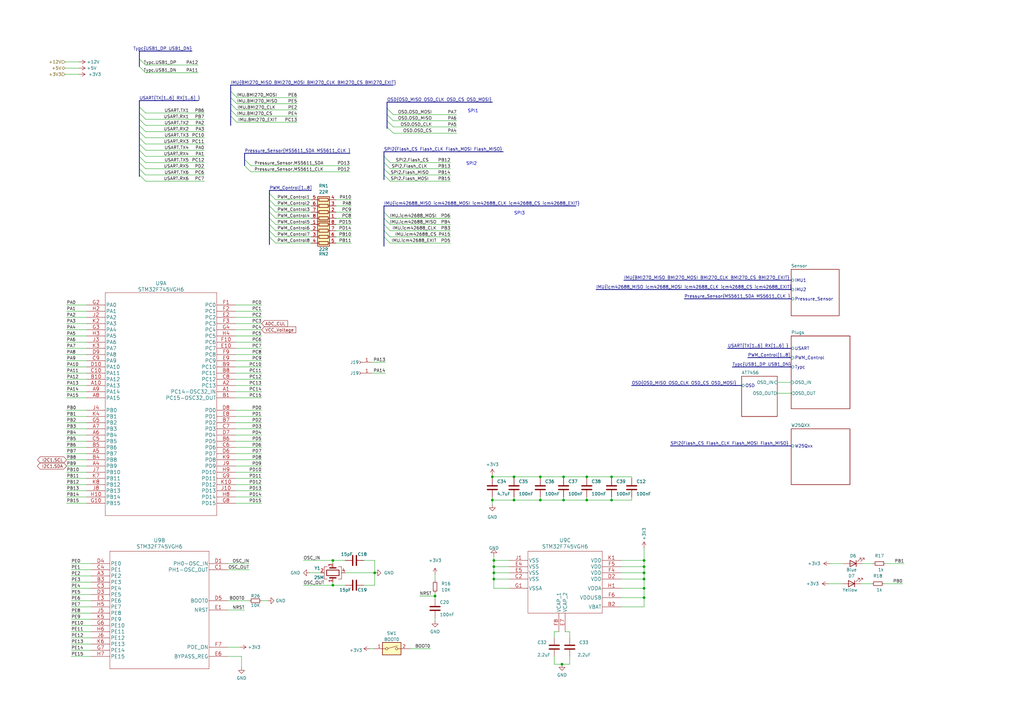
<source format=kicad_sch>
(kicad_sch (version 20230121) (generator eeschema)
  (paper "A3")
  (title_block (title "NewSkyF7-Air") (date "2023-12-01") (rev "1.0V"))
  (junction (at 264.16 234.95))
  (junction (at 250.825 195.58))
  (junction (at 221.615 195.58))
  (junction (at 240.665 195.58))
  (junction (at 264.16 237.49))
  (junction (at 264.16 245.11))
  (junction (at 264.16 232.41))
  (junction (at 210.82 195.58))
  (junction (at 230.505 272.415))
  (junction (at 201.93 205.105))
  (junction (at 136.525 229.87))
  (junction (at 153.67 234.95))
  (junction (at 202.565 229.87))
  (junction (at 240.665 205.105))
  (junction (at 210.82 205.105))
  (junction (at 202.565 234.95))
  (junction (at 201.93 195.58))
  (junction (at 136.525 240.03))
  (junction (at 221.615 205.105))
  (junction (at 264.16 241.3))
  (junction (at 202.565 232.41))
  (junction (at 231.14 205.105))
  (junction (at 231.14 195.58))
  (junction (at 250.825 205.105))
  (junction (at 178.435 244.475))
  (junction (at 202.565 237.49))
  (junction (at 264.16 229.87))
  (bus_entry (at 57.15 53.975) (size 2.54 2.54))
  (bus_entry (at 94.615 47.625) (size 2.54 2.54))
  (bus_entry (at 157.48 66.675) (size 2.54 2.54))
  (bus_entry (at 157.48 94.615) (size 2.54 2.54))
  (bus_entry (at 110.49 79.375) (size 2.54 2.54))
  (bus_entry (at 57.15 61.595) (size 2.54 2.54))
  (bus_entry (at 110.49 94.615) (size 2.54 2.54))
  (bus_entry (at 57.15 24.13) (size 2.54 2.54))
  (bus_entry (at 57.15 71.755) (size 2.54 2.54))
  (bus_entry (at 157.48 64.135) (size 2.54 2.54))
  (bus_entry (at 94.615 40.005) (size 2.54 2.54))
  (bus_entry (at 57.15 59.055) (size 2.54 2.54))
  (bus_entry (at 57.15 43.815) (size 2.54 2.54))
  (bus_entry (at 110.49 92.075) (size 2.54 2.54))
  (bus_entry (at 57.15 27.305) (size 2.54 2.54))
  (bus_entry (at 57.15 51.435) (size 2.54 2.54))
  (bus_entry (at 94.615 45.085) (size 2.54 2.54))
  (bus_entry (at 157.48 71.755) (size 2.54 2.54))
  (bus_entry (at 57.15 66.675) (size 2.54 2.54))
  (bus_entry (at 110.49 84.455) (size 2.54 2.54))
  (bus_entry (at 57.15 69.215) (size 2.54 2.54))
  (bus_entry (at 57.15 46.355) (size 2.54 2.54))
  (bus_entry (at 57.15 56.515) (size 2.54 2.54))
  (bus_entry (at 158.75 46.99) (size 2.54 2.54))
  (bus_entry (at 157.48 86.995) (size 2.54 2.54))
  (bus_entry (at 94.615 42.545) (size 2.54 2.54))
  (bus_entry (at 57.15 48.895) (size 2.54 2.54))
  (bus_entry (at 100.33 67.945) (size 2.54 2.54))
  (bus_entry (at 57.15 64.135) (size 2.54 2.54))
  (bus_entry (at 110.49 97.155) (size 2.54 2.54))
  (bus_entry (at 94.615 37.465) (size 2.54 2.54))
  (bus_entry (at 157.48 97.155) (size 2.54 2.54))
  (bus_entry (at 157.48 89.535) (size 2.54 2.54))
  (bus_entry (at 158.75 44.45) (size 2.54 2.54))
  (bus_entry (at 157.48 69.215) (size 2.54 2.54))
  (bus_entry (at 110.49 89.535) (size 2.54 2.54))
  (bus_entry (at 158.75 49.53) (size 2.54 2.54))
  (bus_entry (at 157.48 92.075) (size 2.54 2.54))
  (bus_entry (at 100.33 65.405) (size 2.54 2.54))
  (bus_entry (at 158.75 52.07) (size 2.54 2.54))
  (bus_entry (at 110.49 81.915) (size 2.54 2.54))
  (bus_entry (at 110.49 86.995) (size 2.54 2.54))
  (wire (pts (xy 353.06 239.395) (xy 357.505 239.395)))
  (wire (pts (xy 339.725 239.395) (xy 345.44 239.395)))
  (wire (pts (xy 201.93 195.58) (xy 201.93 194.945)))
  (wire (pts (xy 29.21 256.54) (xy 37.465 256.54)))
  (wire (pts (xy 59.69 29.845) (xy 81.28 29.845)))
  (wire (pts (xy 27.305 140.335) (xy 35.56 140.335)))
  (wire (pts (xy 240.665 195.58) (xy 250.825 195.58)))
  (bus (pts (xy 158.75 41.91) (xy 201.93 41.91)))
  (wire (pts (xy 202.565 232.41) (xy 208.915 232.41)))
  (wire (pts (xy 113.03 94.615) (xy 127.635 94.615)))
  (wire (pts (xy 96.52 132.715) (xy 107.315 132.715)))
  (wire (pts (xy 227.33 269.24) (xy 227.33 272.415)))
  (wire (pts (xy 59.69 66.675) (xy 83.82 66.675)))
  (wire (pts (xy 27.305 145.415) (xy 35.56 145.415)))
  (wire (pts (xy 160.02 89.535) (xy 184.785 89.535)))
  (wire (pts (xy 27.305 150.495) (xy 35.56 150.495)))
  (wire (pts (xy 264.16 232.41) (xy 264.16 234.95)))
  (wire (pts (xy 96.52 173.355) (xy 107.315 173.355)))
  (bus (pts (xy 57.15 56.515) (xy 57.15 59.055)))
  (wire (pts (xy 136.525 238.76) (xy 136.525 240.03)))
  (wire (pts (xy 27.305 198.755) (xy 35.56 198.755)))
  (wire (pts (xy 96.52 193.675) (xy 107.315 193.675)))
  (wire (pts (xy 27.305 175.895) (xy 35.56 175.895)))
  (bus (pts (xy 158.75 44.45) (xy 158.75 46.99)))
  (bus (pts (xy 78.74 20.955) (xy 57.15 20.955)))
  (wire (pts (xy 27.305 160.655) (xy 35.56 160.655)))
  (bus (pts (xy 57.15 66.675) (xy 57.15 69.215)))
  (wire (pts (xy 27.305 127.635) (xy 35.56 127.635)))
  (wire (pts (xy 221.615 205.105) (xy 231.14 205.105)))
  (wire (pts (xy 96.52 153.035) (xy 107.315 153.035)))
  (wire (pts (xy 99.06 273.685) (xy 99.06 269.24)))
  (wire (pts (xy 27.305 196.215) (xy 35.56 196.215)))
  (bus (pts (xy 110.49 78.105) (xy 110.49 79.375)))
  (wire (pts (xy 168.275 266.065) (xy 176.53 266.065)))
  (wire (pts (xy 254.635 241.3) (xy 264.16 241.3)))
  (wire (pts (xy 27.305 153.035) (xy 35.56 153.035)))
  (wire (pts (xy 99.06 269.24) (xy 93.345 269.24)))
  (wire (pts (xy 160.02 74.295) (xy 184.785 74.295)))
  (wire (pts (xy 178.435 235.585) (xy 178.435 238.125)))
  (wire (pts (xy 96.52 183.515) (xy 107.315 183.515)))
  (wire (pts (xy 29.21 259.08) (xy 37.465 259.08)))
  (wire (pts (xy 221.615 195.58) (xy 231.14 195.58)))
  (wire (pts (xy 29.21 251.46) (xy 37.465 251.46)))
  (bus (pts (xy 244.475 118.745) (xy 324.485 118.745)))
  (wire (pts (xy 153.67 234.95) (xy 153.67 240.03)))
  (wire (pts (xy 259.08 195.58) (xy 259.08 196.215)))
  (wire (pts (xy 149.225 229.87) (xy 153.67 229.87)))
  (wire (pts (xy 29.21 231.14) (xy 37.465 231.14)))
  (wire (pts (xy 318.77 161.29) (xy 324.485 161.29)))
  (wire (pts (xy 27.305 158.115) (xy 35.56 158.115)))
  (wire (pts (xy 27.305 206.375) (xy 35.56 206.375)))
  (bus (pts (xy 306.705 146.685) (xy 324.485 146.685)))
  (wire (pts (xy 29.21 261.62) (xy 37.465 261.62)))
  (wire (pts (xy 250.825 205.105) (xy 259.08 205.105)))
  (wire (pts (xy 29.21 264.16) (xy 37.465 264.16)))
  (bus (pts (xy 100.33 62.865) (xy 100.33 65.405)))
  (wire (pts (xy 27.305 170.815) (xy 35.56 170.815)))
  (bus (pts (xy 157.48 86.995) (xy 157.48 89.535)))
  (wire (pts (xy 26.67 27.94) (xy 32.385 27.94)))
  (wire (pts (xy 97.155 40.005) (xy 121.92 40.005)))
  (wire (pts (xy 96.52 163.195) (xy 107.315 163.195)))
  (wire (pts (xy 113.03 92.075) (xy 127.635 92.075)))
  (bus (pts (xy 157.48 71.755) (xy 157.48 73.66)))
  (wire (pts (xy 250.825 203.835) (xy 250.825 205.105)))
  (bus (pts (xy 110.49 81.915) (xy 110.49 84.455)))
  (wire (pts (xy 96.52 178.435) (xy 107.315 178.435)))
  (wire (pts (xy 259.08 205.105) (xy 259.08 203.835)))
  (wire (pts (xy 158.115 153.035) (xy 152.4 153.035)))
  (bus (pts (xy 110.49 92.075) (xy 110.49 94.615)))
  (wire (pts (xy 27.305 191.135) (xy 35.56 191.135)))
  (wire (pts (xy 254.635 234.95) (xy 264.16 234.95)))
  (wire (pts (xy 161.29 52.07) (xy 187.325 52.07)))
  (wire (pts (xy 227.33 261.62) (xy 227.33 259.08)))
  (wire (pts (xy 27.305 125.095) (xy 35.56 125.095)))
  (wire (pts (xy 254.635 237.49) (xy 264.16 237.49)))
  (wire (pts (xy 96.52 206.375) (xy 107.315 206.375)))
  (wire (pts (xy 264.16 245.11) (xy 264.16 248.92)))
  (wire (pts (xy 201.93 205.105) (xy 201.93 207.01)))
  (wire (pts (xy 97.155 45.085) (xy 121.92 45.085)))
  (wire (pts (xy 231.14 203.835) (xy 231.14 205.105)))
  (wire (pts (xy 233.68 259.08) (xy 231.775 259.08)))
  (wire (pts (xy 59.69 74.295) (xy 83.82 74.295)))
  (wire (pts (xy 27.305 155.575) (xy 35.56 155.575)))
  (bus (pts (xy 94.615 40.005) (xy 94.615 42.545)))
  (wire (pts (xy 96.52 201.295) (xy 107.315 201.295)))
  (bus (pts (xy 157.48 84.455) (xy 157.48 86.995)))
  (wire (pts (xy 221.615 195.58) (xy 221.615 196.215)))
  (wire (pts (xy 363.22 231.14) (xy 370.84 231.14)))
  (bus (pts (xy 110.49 89.535) (xy 110.49 92.075)))
  (wire (pts (xy 254.635 232.41) (xy 264.16 232.41)))
  (bus (pts (xy 94.615 34.925) (xy 94.615 37.465)))
  (bus (pts (xy 94.615 45.085) (xy 94.615 47.625)))
  (bus (pts (xy 100.33 65.405) (xy 100.33 67.945)))
  (wire (pts (xy 202.565 237.49) (xy 208.915 237.49)))
  (bus (pts (xy 157.48 97.155) (xy 157.48 100.965)))
  (bus (pts (xy 110.49 84.455) (xy 110.49 86.995)))
  (wire (pts (xy 96.52 127.635) (xy 107.315 127.635)))
  (bus (pts (xy 259.08 158.115) (xy 304.165 158.115)))
  (wire (pts (xy 172.085 244.475) (xy 178.435 244.475)))
  (wire (pts (xy 264.16 241.3) (xy 264.16 245.11)))
  (bus (pts (xy 298.45 142.875) (xy 324.485 142.875)))
  (wire (pts (xy 160.02 94.615) (xy 184.785 94.615)))
  (wire (pts (xy 160.02 97.155) (xy 184.785 97.155)))
  (wire (pts (xy 144.145 99.695) (xy 137.795 99.695)))
  (wire (pts (xy 59.69 26.67) (xy 81.28 26.67)))
  (bus (pts (xy 157.48 64.135) (xy 157.48 66.675)))
  (wire (pts (xy 59.69 46.355) (xy 83.82 46.355)))
  (wire (pts (xy 27.305 163.195) (xy 35.56 163.195)))
  (wire (pts (xy 233.68 261.62) (xy 233.68 259.08)))
  (wire (pts (xy 264.16 224.79) (xy 264.16 229.87)))
  (wire (pts (xy 29.21 246.38) (xy 37.465 246.38)))
  (wire (pts (xy 240.665 203.835) (xy 240.665 205.105)))
  (wire (pts (xy 93.345 246.38) (xy 102.235 246.38)))
  (wire (pts (xy 96.52 147.955) (xy 107.315 147.955)))
  (wire (pts (xy 210.82 195.58) (xy 221.615 195.58)))
  (bus (pts (xy 300.355 150.495) (xy 324.485 150.495)))
  (wire (pts (xy 240.665 205.105) (xy 250.825 205.105)))
  (wire (pts (xy 29.21 266.7) (xy 37.465 266.7)))
  (wire (pts (xy 201.93 203.835) (xy 201.93 205.105)))
  (wire (pts (xy 161.29 49.53) (xy 187.325 49.53)))
  (bus (pts (xy 157.48 69.215) (xy 157.48 71.755)))
  (wire (pts (xy 27.305 201.295) (xy 35.56 201.295)))
  (bus (pts (xy 100.33 62.865) (xy 143.51 62.865)))
  (wire (pts (xy 201.93 195.58) (xy 210.82 195.58)))
  (wire (pts (xy 353.695 231.14) (xy 358.14 231.14)))
  (wire (pts (xy 96.52 168.275) (xy 107.315 168.275)))
  (wire (pts (xy 160.02 99.695) (xy 184.785 99.695)))
  (wire (pts (xy 227.33 272.415) (xy 230.505 272.415)))
  (bus (pts (xy 57.15 48.895) (xy 57.15 51.435)))
  (wire (pts (xy 27.305 130.175) (xy 35.56 130.175)))
  (wire (pts (xy 141.605 234.95) (xy 153.67 234.95)))
  (bus (pts (xy 157.48 92.075) (xy 157.48 94.615)))
  (wire (pts (xy 113.03 99.695) (xy 127.635 99.695)))
  (wire (pts (xy 208.915 234.95) (xy 202.565 234.95)))
  (wire (pts (xy 160.02 69.215) (xy 184.785 69.215)))
  (wire (pts (xy 97.155 50.165) (xy 121.92 50.165)))
  (wire (pts (xy 144.145 84.455) (xy 137.795 84.455)))
  (wire (pts (xy 136.525 231.14) (xy 136.525 229.87)))
  (wire (pts (xy 102.235 231.14) (xy 93.345 231.14)))
  (wire (pts (xy 160.02 71.755) (xy 184.785 71.755)))
  (wire (pts (xy 151.765 266.065) (xy 153.035 266.065)))
  (bus (pts (xy 110.49 86.995) (xy 110.49 89.535)))
  (wire (pts (xy 27.305 180.975) (xy 35.56 180.975)))
  (wire (pts (xy 27.305 147.955) (xy 35.56 147.955)))
  (wire (pts (xy 59.69 69.215) (xy 83.82 69.215)))
  (bus (pts (xy 274.955 182.88) (xy 324.485 182.88)))
  (bus (pts (xy 110.49 97.155) (xy 110.49 100.33)))
  (wire (pts (xy 240.665 195.58) (xy 240.665 196.215)))
  (wire (pts (xy 102.235 233.68) (xy 93.345 233.68)))
  (wire (pts (xy 318.77 156.845) (xy 324.485 156.845)))
  (wire (pts (xy 254.635 245.11) (xy 264.16 245.11)))
  (wire (pts (xy 26.67 25.4) (xy 32.385 25.4)))
  (wire (pts (xy 208.915 241.3) (xy 202.565 241.3)))
  (bus (pts (xy 158.75 52.07) (xy 158.75 52.705)))
  (wire (pts (xy 362.585 239.395) (xy 370.205 239.395)))
  (bus (pts (xy 157.48 89.535) (xy 157.48 92.075)))
  (wire (pts (xy 231.14 195.58) (xy 240.665 195.58)))
  (wire (pts (xy 27.305 183.515) (xy 35.56 183.515)))
  (wire (pts (xy 27.305 132.715) (xy 35.56 132.715)))
  (wire (pts (xy 254.635 229.87) (xy 264.16 229.87)))
  (bus (pts (xy 57.15 51.435) (xy 57.15 53.975)))
  (wire (pts (xy 113.03 89.535) (xy 127.635 89.535)))
  (wire (pts (xy 27.305 193.675) (xy 35.56 193.675)))
  (wire (pts (xy 113.03 86.995) (xy 127.635 86.995)))
  (wire (pts (xy 144.145 97.155) (xy 137.795 97.155)))
  (wire (pts (xy 136.525 240.03) (xy 141.605 240.03)))
  (bus (pts (xy 255.905 114.935) (xy 324.485 114.935)))
  (wire (pts (xy 27.305 173.355) (xy 35.56 173.355)))
  (wire (pts (xy 144.145 94.615) (xy 137.795 94.615)))
  (wire (pts (xy 59.69 56.515) (xy 83.82 56.515)))
  (wire (pts (xy 96.52 158.115) (xy 107.315 158.115)))
  (wire (pts (xy 102.87 70.485) (xy 143.51 70.485)))
  (bus (pts (xy 157.48 66.675) (xy 157.48 69.215)))
  (bus (pts (xy 94.615 34.925) (xy 161.29 34.925)))
  (wire (pts (xy 27.305 142.875) (xy 35.56 142.875)))
  (wire (pts (xy 178.435 253.365) (xy 178.435 254.635)))
  (bus (pts (xy 57.15 64.135) (xy 57.15 66.675)))
  (wire (pts (xy 201.93 205.105) (xy 210.82 205.105)))
  (wire (pts (xy 221.615 203.835) (xy 221.615 205.105)))
  (bus (pts (xy 57.15 59.055) (xy 57.15 61.595)))
  (wire (pts (xy 231.14 205.105) (xy 240.665 205.105)))
  (wire (pts (xy 96.52 125.095) (xy 107.315 125.095)))
  (bus (pts (xy 157.48 94.615) (xy 157.48 97.155)))
  (bus (pts (xy 158.75 41.91) (xy 158.75 44.45)))
  (wire (pts (xy 29.21 236.22) (xy 37.465 236.22)))
  (wire (pts (xy 113.03 84.455) (xy 127.635 84.455)))
  (wire (pts (xy 98.425 265.43) (xy 93.345 265.43)))
  (wire (pts (xy 59.69 59.055) (xy 83.82 59.055)))
  (wire (pts (xy 161.29 46.99) (xy 187.325 46.99)))
  (wire (pts (xy 264.16 237.49) (xy 264.16 241.3)))
  (wire (pts (xy 210.82 205.105) (xy 221.615 205.105)))
  (bus (pts (xy 57.15 43.815) (xy 57.15 46.355)))
  (wire (pts (xy 27.305 168.275) (xy 35.56 168.275)))
  (wire (pts (xy 29.21 269.24) (xy 37.465 269.24)))
  (wire (pts (xy 250.825 195.58) (xy 250.825 196.215)))
  (wire (pts (xy 29.21 241.3) (xy 37.465 241.3)))
  (wire (pts (xy 233.68 269.24) (xy 233.68 272.415)))
  (wire (pts (xy 144.145 92.075) (xy 137.795 92.075)))
  (wire (pts (xy 27.305 186.055) (xy 35.56 186.055)))
  (bus (pts (xy 94.615 37.465) (xy 94.615 40.005)))
  (wire (pts (xy 230.505 272.415) (xy 233.68 272.415)))
  (wire (pts (xy 254.635 248.92) (xy 264.16 248.92)))
  (wire (pts (xy 96.52 137.795) (xy 107.315 137.795)))
  (bus (pts (xy 57.15 61.595) (xy 57.15 64.135)))
  (wire (pts (xy 97.155 42.545) (xy 121.92 42.545)))
  (wire (pts (xy 96.52 170.815) (xy 107.315 170.815)))
  (bus (pts (xy 110.49 79.375) (xy 110.49 81.915)))
  (bus (pts (xy 57.15 53.975) (xy 57.15 56.515)))
  (wire (pts (xy 96.52 186.055) (xy 107.315 186.055)))
  (bus (pts (xy 94.615 42.545) (xy 94.615 45.085)))
  (wire (pts (xy 96.52 135.255) (xy 107.315 135.255)))
  (wire (pts (xy 96.52 180.975) (xy 107.315 180.975)))
  (wire (pts (xy 202.565 237.49) (xy 202.565 241.3)))
  (wire (pts (xy 202.565 229.87) (xy 202.565 232.41)))
  (wire (pts (xy 124.46 229.87) (xy 136.525 229.87)))
  (wire (pts (xy 201.93 196.215) (xy 201.93 195.58)))
  (wire (pts (xy 124.46 240.03) (xy 136.525 240.03)))
  (wire (pts (xy 202.565 232.41) (xy 202.565 234.95)))
  (bus (pts (xy 157.48 62.23) (xy 157.48 64.135)))
  (wire (pts (xy 59.69 53.975) (xy 83.82 53.975)))
  (wire (pts (xy 27.305 135.255) (xy 35.56 135.255)))
  (wire (pts (xy 96.52 203.835) (xy 107.315 203.835)))
  (wire (pts (xy 161.29 54.61) (xy 187.325 54.61)))
  (wire (pts (xy 96.52 150.495) (xy 107.315 150.495)))
  (bus (pts (xy 57.15 20.955) (xy 57.15 24.13)))
  (wire (pts (xy 153.67 240.03) (xy 149.225 240.03)))
  (wire (pts (xy 27.305 203.835) (xy 35.56 203.835)))
  (wire (pts (xy 59.69 51.435) (xy 83.82 51.435)))
  (wire (pts (xy 96.52 196.215) (xy 107.315 196.215)))
  (wire (pts (xy 202.565 234.95) (xy 202.565 237.49)))
  (wire (pts (xy 144.145 89.535) (xy 137.795 89.535)))
  (bus (pts (xy 57.15 41.275) (xy 81.28 41.275)))
  (wire (pts (xy 96.52 140.335) (xy 107.315 140.335)))
  (wire (pts (xy 59.69 48.895) (xy 83.82 48.895)))
  (wire (pts (xy 178.435 244.475) (xy 178.435 245.745)))
  (wire (pts (xy 96.52 175.895) (xy 107.315 175.895)))
  (wire (pts (xy 160.02 66.675) (xy 184.785 66.675)))
  (wire (pts (xy 96.52 188.595) (xy 107.315 188.595)))
  (wire (pts (xy 27.305 178.435) (xy 35.56 178.435)))
  (wire (pts (xy 144.145 81.915) (xy 137.795 81.915)))
  (wire (pts (xy 152.4 148.59) (xy 158.115 148.59)))
  (wire (pts (xy 113.03 97.155) (xy 127.635 97.155)))
  (wire (pts (xy 29.21 238.76) (xy 37.465 238.76)))
  (wire (pts (xy 178.435 243.205) (xy 178.435 244.475)))
  (wire (pts (xy 264.16 234.95) (xy 264.16 237.49)))
  (wire (pts (xy 96.52 155.575) (xy 107.315 155.575)))
  (wire (pts (xy 96.52 145.415) (xy 107.315 145.415)))
  (bus (pts (xy 158.75 49.53) (xy 158.75 52.07)))
  (bus (pts (xy 157.48 62.23) (xy 206.375 62.23)))
  (wire (pts (xy 136.525 229.87) (xy 141.605 229.87)))
  (wire (pts (xy 227.33 259.08) (xy 229.235 259.08)))
  (bus (pts (xy 57.15 24.13) (xy 57.15 27.305)))
  (bus (pts (xy 157.48 84.455) (xy 236.22 84.455)))
  (wire (pts (xy 27.305 188.595) (xy 35.56 188.595)))
  (wire (pts (xy 202.565 227.965) (xy 202.565 229.87)))
  (wire (pts (xy 160.02 92.075) (xy 184.785 92.075)))
  (wire (pts (xy 96.52 191.135) (xy 107.315 191.135)))
  (wire (pts (xy 127 234.95) (xy 131.445 234.95)))
  (bus (pts (xy 110.49 78.105) (xy 127.635 78.105)))
  (wire (pts (xy 153.67 229.87) (xy 153.67 234.95)))
  (wire (pts (xy 93.345 250.19) (xy 100.33 250.19)))
  (wire (pts (xy 109.855 246.38) (xy 107.315 246.38)))
  (wire (pts (xy 96.52 142.875) (xy 107.315 142.875)))
  (wire (pts (xy 59.69 61.595) (xy 83.82 61.595)))
  (wire (pts (xy 32.385 30.48) (xy 26.67 30.48)))
  (wire (pts (xy 29.21 233.68) (xy 37.465 233.68)))
  (wire (pts (xy 144.145 86.995) (xy 137.795 86.995)))
  (wire (pts (xy 59.69 64.135) (xy 83.82 64.135)))
  (wire (pts (xy 96.52 130.175) (xy 107.315 130.175)))
  (bus (pts (xy 110.49 94.615) (xy 110.49 97.155)))
  (wire (pts (xy 113.03 81.915) (xy 127.635 81.915)))
  (wire (pts (xy 102.87 67.945) (xy 143.51 67.945)))
  (bus (pts (xy 57.15 69.215) (xy 57.15 71.755)))
  (wire (pts (xy 340.36 231.14) (xy 346.075 231.14)))
  (wire (pts (xy 29.21 254) (xy 37.465 254)))
  (wire (pts (xy 96.52 160.655) (xy 107.315 160.655)))
  (wire (pts (xy 202.565 229.87) (xy 208.915 229.87)))
  (bus (pts (xy 57.15 41.275) (xy 57.15 43.815)))
  (wire (pts (xy 29.21 243.84) (xy 37.465 243.84)))
  (wire (pts (xy 96.52 198.755) (xy 107.315 198.755)))
  (wire (pts (xy 29.21 248.92) (xy 37.465 248.92)))
  (wire (pts (xy 250.825 195.58) (xy 259.08 195.58)))
  (bus (pts (xy 280.67 122.555) (xy 324.485 122.555)))
  (wire (pts (xy 264.16 229.87) (xy 264.16 232.41)))
  (wire (pts (xy 231.14 195.58) (xy 231.14 196.215)))
  (bus (pts (xy 57.15 46.355) (xy 57.15 48.895)))
  (bus (pts (xy 158.75 46.99) (xy 158.75 49.53)))
  (wire (pts (xy 210.82 195.58) (xy 210.82 196.215)))
  (bus (pts (xy 57.15 71.755) (xy 57.15 72.39)))
  (wire (pts (xy 27.305 137.795) (xy 35.56 137.795)))
  (wire (pts (xy 210.82 203.835) (xy 210.82 205.105)))
  (wire (pts (xy 59.69 71.755) (xy 83.82 71.755)))
  (wire (pts (xy 97.155 47.625) (xy 121.92 47.625)))
  (bus (pts (xy 94.615 47.625) (xy 94.615 51.435)))
  (text "SPI3" (at 210.82 88.265 0) (effects (font (size 1.27 1.27)) (justify left bottom)))
  (text "SPI2" (at 191.135 67.945 0) (effects (font (size 1.27 1.27)) (justify left bottom)))
  (text "SPI1" (at 191.77 46.355 0) (effects (font (size 1.27 1.27)) (justify left bottom)))
  (label "PD2" (at 107.315 173.355 180))
  (label "PC14" (at 107.315 160.655 180))
  (label "USART{TX[1..6] RX[1..6] }" (at 57.15 41.275 0))
  (label "PE5" (at 29.21 243.84 0))
  (label "OSD{OSD_MISO OSD_CLK OSD_CS OSD_MOSI}" (at 259.08 158.115 0))
  (label "IMU{icm42688_MISO icm42688_MOSI icm42688_CLK icm42688_CS icm42688_EXIT}" (at 244.475 118.745 0))
  (label "PD12" (at 107.315 198.755 180))
  (label "PB5" (at 27.305 180.975 0))
  (label "PB8" (at 27.305 188.595 0))
  (label "PD9" (at 107.315 191.135 180))
  (label "PB6" (at 83.82 46.355 180))
  (label "PE10" (at 29.21 256.54 0))
  (label "IMU.BMI270_CS" (at 111.76 47.625 180))
  (label "PD15" (at 107.315 206.375 180))
  (label "PA10" (at 144.145 81.915 180))
  (label "USART.RX1" (at 77.47 48.895 180))
  (label "PA2" (at 27.305 130.175 0))
  (label "IMU.icm42688_CS" (at 179.07 97.155 180))
  (label "PB13" (at 27.305 201.295 0))
  (label "USART.TX6" (at 77.47 71.755 180))
  (label "PD13" (at 143.51 67.945 180))
  (label "PB4" (at 184.785 92.075 180))
  (label "PD1" (at 107.315 170.815 180))
  (label "PD2" (at 83.82 69.215 180))
  (label "USART.TX1" (at 77.47 46.355 180))
  (label "PB7" (at 27.305 186.055 0))
  (label "PD7" (at 107.315 186.055 180))
  (label "IMU{BMI270_MISO BMI270_MOSI BMI270_CLK BMI270_CS BMI270_EXIT}" (at 255.905 114.935 0))
  (label "PE13" (at 29.21 264.16 0))
  (label "Typc.USB1_DN" (at 72.39 29.845 180))
  (label "PB10" (at 27.305 193.675 0))
  (label "BOOT0" (at 176.53 266.065 180))
  (label "PD4" (at 107.315 178.435 180))
  (label "OSC_IN" (at 124.46 229.87 0))
  (label "PE8" (at 29.21 251.46 0))
  (label "PE2" (at 121.92 45.085 180))
  (label "PB11" (at 144.145 99.695 180))
  (label "PC13" (at 121.92 50.165 180))
  (label "PE3" (at 29.21 238.76 0))
  (label "PD10" (at 107.315 193.675 180))
  (label "PA13" (at 27.305 158.115 0))
  (label "IMU.BMI270_CLK" (at 113.03 45.085 180))
  (label "PC6" (at 83.82 71.755 180))
  (label "PA0" (at 83.82 61.595 180))
  (label "USART.TX5" (at 77.47 66.675 180))
  (label "Pressure_Sensor.MS5611_SDA" (at 132.715 67.945 180))
  (label "SPI2.Flash_CLK" (at 175.26 69.215 180))
  (label "PC0" (at 107.315 125.095 180))
  (label "PC12" (at 107.315 155.575 180))
  (label "OSD.OSD_MOSI" (at 177.165 46.99 180))
  (label "PC7" (at 83.82 74.295 180))
  (label "PC3" (at 107.315 132.715 180))
  (label "PB0" (at 370.205 239.395 180))
  (label "Pressure_Sensor{MS5611_SDA MS5611_CLK }" (at 100.33 62.865 0))
  (label "PWM_Control1" (at 113.665 81.915 0))
  (label "PE2" (at 29.21 236.22 0))
  (label "PE7" (at 29.21 248.92 0))
  (label "PWM_Control4" (at 113.665 89.535 0))
  (label "PE1" (at 29.21 233.68 0))
  (label "PE15" (at 29.21 269.24 0))
  (label "OSD.OSD_MISO" (at 177.165 49.53 180))
  (label "OSD.OSD_CLK" (at 177.165 52.07 180))
  (label "USART.TX3" (at 77.47 56.515 180))
  (label "PA1" (at 27.305 127.635 0))
  (label "PD5" (at 107.315 180.975 180))
  (label "PWM_Control5" (at 113.665 92.075 0))
  (label "PB14" (at 184.785 71.755 180))
  (label "OSC_OUT" (at 102.235 233.68 180))
  (label "USART{TX[1..6] RX[1..6] }" (at 298.45 142.875 0))
  (label "PB6" (at 27.305 183.515 0))
  (label "PWM_Control[1..8]" (at 306.705 146.685 0))
  (label "SPI2{Flash_CS Flash_CLK Flash_MOSI Flash_MISO}" (at 157.48 62.23 0))
  (label "USART.RX6" (at 77.47 74.295 180))
  (label "PE4" (at 121.92 47.625 180))
  (label "PE0" (at 29.21 231.14 0))
  (label "PA5" (at 187.325 52.07 180))
  (label "PB4" (at 27.305 178.435 0))
  (label "PD3" (at 107.315 175.895 180))
  (label "OSC_OUT" (at 124.46 240.03 0))
  (label "PA3" (at 83.82 53.975 180))
  (label "PA8" (at 144.145 84.455 180))
  (label "PC8" (at 144.145 89.535 180))
  (label "PE9" (at 29.21 254 0))
  (label "PD0" (at 107.315 168.275 180))
  (label "PE14" (at 29.21 266.7 0))
  (label "PC4" (at 107.315 135.255 180))
  (label "PC7" (at 107.315 142.875 180))
  (label "PA9" (at 27.305 147.955 0))
  (label "PE5" (at 121.92 42.545 180))
  (label "USART.TX4" (at 77.47 61.595 180))
  (label "PC11" (at 83.82 59.055 180))
  (label "Pressure_Sensor{MS5611_SDA MS5611_CLK }" (at 280.67 122.555 0))
  (label "PA14" (at 27.305 160.655 0))
  (label "PD14" (at 107.315 203.835 180))
  (label "PA3" (at 27.305 132.715 0))
  (label "PD6" (at 184.785 89.535 180))
  (label "PB10" (at 144.145 97.155 180))
  (label "PB9" (at 27.305 191.135 0))
  (label "IMU.BMI270_EXIT" (at 113.665 50.165 180))
  (label "PWM_Control7" (at 113.665 97.155 0))
  (label "PB15" (at 184.785 74.295 180))
  (label "PD11" (at 107.315 196.215 180))
  (label "PWM_Control8" (at 113.665 99.695 0))
  (label "PC1" (at 107.315 127.635 180))
  (label "IMU{BMI270_MISO BMI270_MOSI BMI270_CLK BMI270_CS BMI270_EXIT}" (at 94.615 34.925 0))
  (label "PC10" (at 107.315 150.495 180))
  (label "PB0" (at 27.305 168.275 0))
  (label "PWM_Control6" (at 113.665 94.615 0))
  (label "PC6" (at 107.315 140.335 180))
  (label "PWM_Control2" (at 113.665 84.455 0))
  (label "PC15" (at 107.315 163.195 180))
  (label "OSD{OSD_MISO OSD_CLK OSD_CS OSD_MOSI}" (at 158.75 41.91 0))
  (label "SPI2.Flash_CS" (at 175.895 66.675 180))
  (label "PC5" (at 107.315 137.795 180))
  (label "NRST" (at 172.085 244.475 0))
  (label "PC2" (at 107.315 130.175 180))
  (label "BOOT0" (at 100.33 246.38 180))
  (label "PA6" (at 187.325 49.53 180))
  (label "PA7" (at 27.305 142.875 0))
  (label "PA4" (at 187.325 54.61 180))
  (label "IMU.icm42688_EXIT" (at 179.07 99.695 180))
  (label "PB15" (at 27.305 206.375 0))
  (label "PB12" (at 27.305 198.755 0))
  (label "Typc{USB1_DP USB1_DN}" (at 300.355 150.495 0))
  (label "PD13" (at 107.315 201.295 180))
  (label "PA12" (at 27.305 155.575 0))
  (label "PA5" (at 27.305 137.795 0))
  (label "PA10" (at 27.305 150.495 0))
  (label "PE11" (at 29.21 259.08 0))
  (label "PB14" (at 27.305 203.835 0))
  (label "PC9" (at 107.315 147.955 180))
  (label "PB3" (at 184.785 94.615 180))
  (label "PD12" (at 143.51 70.485 180))
  (label "PD8" (at 107.315 188.595 180))
  (label "PA8" (at 27.305 145.415 0))
  (label "PE12" (at 29.21 261.62 0))
  (label "PD14" (at 144.145 94.615 180))
  (label "PA7" (at 187.325 46.99 180))
  (label "PB2" (at 27.305 173.355 0))
  (label "PWM_Control[1..8]" (at 110.49 78.105 0))
  (label "PB1" (at 27.305 170.815 0))
  (label "PD5" (at 184.785 99.695 180))
  (label "IMU.BMI270_MOSI" (at 113.665 40.005 180))
  (label "PA15" (at 27.305 163.195 0))
  (label "PC11" (at 107.315 153.035 180))
  (label "PA2" (at 83.82 51.435 180))
  (label "SPI2.Flash_MOSI" (at 175.895 74.295 180))
  (label "OSC_IN" (at 102.235 231.14 180))
  (label "IMU.BMI270_MISO" (at 97.155 42.545 0))
  (label "IMU.icm42688_MISO" (at 179.07 92.075 180))
  (label "PB13" (at 184.785 69.215 180))
  (label "PA11" (at 81.28 29.845 180))
  (label "PE6" (at 121.92 40.005 180))
  (label "Typc{USB1_DP USB1_DN}" (at 78.74 20.955 180))
  (label "PC8" (at 107.315 145.415 180))
  (label "PB11" (at 27.305 196.215 0))
  (label "USART.RX5" (at 77.47 69.215 180))
  (label "USART.RX4" (at 77.47 64.135 180))
  (label "PA0" (at 27.305 125.095 0))
  (label "PD6" (at 107.315 183.515 180))
  (label "PE6" (at 29.21 246.38 0))
  (label "PWM_Control3" (at 113.665 86.995 0))
  (label "SPI2.Flash_MISO" (at 175.895 71.755 180))
  (label "PA14" (at 158.115 153.035 180))
  (label "USART.RX3" (at 77.47 59.055 180))
  (label "NRST" (at 100.33 250.19 180))
  (label "PA1" (at 83.82 64.135 180))
  (label "Pressure_Sensor.MS5611_CLK" (at 132.715 70.485 180))
  (label "PB7" (at 83.82 48.895 180))
  (label "USART.RX2" (at 77.47 53.975 180))
  (label "PA6" (at 27.305 140.335 0))
  (label "IMU{icm42688_MISO icm42688_MOSI icm42688_CLK icm42688_CS icm42688_EXIT}" (at 157.48 84.455 0))
  (label "PB12" (at 184.785 66.675 180))
  (label "PD15" (at 144.145 92.075 180))
  (label "PE4" (at 29.21 241.3 0))
  (label "Typc.USB1_DP" (at 72.39 26.67 180))
  (label "IMU.icm42688_CLK" (at 179.07 94.615 180))
  (label "PB1" (at 370.84 231.14 180))
  (label "PC13" (at 107.315 158.115 180))
  (label "PC12" (at 83.82 66.675 180))
  (label "OSD.OSD_CS" (at 177.165 54.61 180))
  (label "SPI2{Flash_CS Flash_CLK Flash_MOSI Flash_MISO}" (at 274.955 182.88 0))
  (label "PA4" (at 27.305 135.255 0))
  (label "PA12" (at 81.28 26.67 180))
  (label "PC9" (at 144.145 86.995 180))
  (label "PA11" (at 27.305 153.035 0))
  (label "USART.TX2" (at 77.47 51.435 180))
  (label "PA15" (at 184.785 97.155 180))
  (label "IMU.icm42688_MOSI" (at 179.07 89.535 180))
  (label "PC10" (at 83.82 56.515 180))
  (label "PB3" (at 27.305 175.895 0))
  (label "PA13" (at 158.115 148.59 180))
  (global_label "ADC_CUL" (shape input) (at 107.315 132.715 0) (property "Intersheetrefs" "${INTERSHEET_REFS}" (effects hide)))
  (global_label "I2C1.SCL" (shape bidirectional) (at 27.305 188.595 180) (property "Intersheetrefs" "${INTERSHEET_REFS}" (effects hide)))
  (global_label "VCC_Voltage" (shape input) (at 107.315 135.255 0) (property "Intersheetrefs" "${INTERSHEET_REFS}" (effects hide)))
  (global_label "I2C1.SDA" (shape bidirectional) (at 27.305 191.135 180) (property "Intersheetrefs" "${INTERSHEET_REFS}" (effects hide)))
  (hierarchical_label "+12V" (shape input) (at 26.67 25.4 180))
  (hierarchical_label "+3V3" (shape input) (at 26.67 30.48 180))
  (hierarchical_label "+5V" (shape bidirectional) (at 26.67 27.94 180))
  (symbol (lib_id "PCM_4ms_Power-symbol:GND") (at 99.06 273.685 0) (unit 1)
    (property "Reference" "#PWR068" (effects hide))
    (property "Value" "GND" (at 99.06 278.13 0))
    (instances (project "STM32F745" (path "" (reference "#PWR068") (unit 1))) (project "NewSkyF7-Air" (path "" (reference "#PWR025") (unit 1))))
  )
  (symbol (lib_id "PCM_4ms_Power-symbol:GND") (at 230.505 272.415 0) (unit 1)
    (property "Reference" "#PWR034" (effects hide))
    (property "Value" "GND" (at 230.505 276.86 0))
    (instances (project "STM32F745" (path "" (reference "#PWR034") (unit 1))) (project "NewSkyF7-Air" (path "" (reference "#PWR035") (unit 1))))
  )
  (symbol (lib_id "Device:C") (at 227.33 265.43 0) (unit 1)
    (property "Reference" "C32" (at 220.345 263.525 0) (effects (justify left)))
    (property "Value" "2.2uF" (at 220.345 268.605 0) (effects (justify left)))
    (property "Footprint" "Capacitor_SMD:C_0402_1005Metric" (effects hide))
    (instances (project "STM32F745" (path "" (reference "C32") (unit 1))) (project "NewSkyF7-Air" (path "" (reference "C26") (unit 1))))
  )
  (symbol (lib_id "Device:C") (at 178.435 249.555 0) (unit 1)
    (property "Reference" "C20" (at 180.34 247.015 0) (effects (justify left)))
    (property "Value" "100nF" (at 180.34 252.095 0) (effects (justify left)))
    (property "Footprint" "Capacitor_SMD:C_0402_1005Metric" (effects hide))
    (instances (project "STM32F745" (path "" (reference "C20") (unit 1))) (project "STM32F446" (path "" (reference "C19") (unit 1))) (project "NewSkyF7-Air" (path "" (reference "C22") (unit 1))))
  )
  (symbol (lib_id "Switch:SW_DIP_x01") (at 160.655 266.065 0) (unit 1)
    (property "Reference" "SW1" (at 160.655 259.715 0))
    (property "Value" "BOOT0" (at 160.655 262.255 0))
    (property "Footprint" "NewSkyF7-Air:2x4_side" (effects hide))
    (instances (project "STM32F745" (path "" (reference "SW1") (unit 1))) (project "STM32F446" (path "" (reference "SW2") (unit 1))) (project "NewSkyF7-Air" (path "" (reference "SW1") (unit 1))))
  )
  (symbol (lib_id "power:GND") (at 127 234.95 270) (unit 1)
    (property "Reference" "#PWR026" (effects hide))
    (property "Value" "GND" (at 123.19 234.9499 90) (effects (justify right)))
    (instances (project "STM32F745" (path "" (reference "#PWR026") (unit 1))) (project "STM32F446" (path "" (reference "#PWR0131") (unit 1))) (project "NewSkyF7-Air" (path "" (reference "#PWR027") (unit 1))))
  )
  (symbol (lib_id "power:+3V3") (at 98.425 265.43 270) (unit 1)
    (property "Reference" "#PWR069" (effects hide))
    (property "Value" "+3V3" (at 101.6 265.43 90) (effects (justify left)))
    (instances (project "STM32F745" (path "" (reference "#PWR069") (unit 1))) (project "STM32F446" (path "" (reference "#PWR0128") (unit 1))) (project "NewSkyF7-Air" (path "" (reference "#PWR024") (unit 1))))
  )
  (symbol (lib_id "power:+5V") (at 32.385 27.94 270) (unit 1)
    (property "Reference" "#PWR022" (effects hide))
    (property "Value" "+5V" (at 35.56 27.9399 90) (effects (justify left)))
    (instances (project "STM32F745" (path "" (reference "#PWR022") (unit 1))) (project "STM32F446" (path "" (reference "#PWR0119") (unit 1))) (project "NewSkyF7-Air" (path "" (reference "#PWR022") (unit 1))))
  )
  (symbol (lib_id "Thorn_Library:STM32F745VGH6") (at 35.56 125.095 0) (unit 1)
    (property "Reference" "U9" (at 66.04 116.205 0) (effects (font (size 1.524 1.524))))
    (property "Value" "STM32F745VGH6" (at 66.04 118.745 0) (effects (font (size 1.524 1.524))))
    (property "Footprint" "Package_BGA:TFBGA-100_8x8mm_Layout10x10_P0.8mm" (effects hide))
    (instances (project "STM32F745" (path "" (reference "U9") (unit 1))) (project "NewSkyF7-Air" (path "" (reference "U2") (unit 1))))
  )
  (symbol (lib_id "Device:R_Small") (at 178.435 240.665 0) (unit 1)
    (property "Reference" "R16" (at 180.975 239.3949 0) (effects (justify left)))
    (property "Value" "10K" (at 180.975 241.9349 0) (effects (justify left)))
    (property "Footprint" "Resistor_SMD:R_0402_1005Metric" (effects hide))
    (instances (project "STM32F745" (path "" (reference "R16") (unit 1))) (project "STM32F446" (path "" (reference "R14") (unit 1))) (project "NewSkyF7-Air" (path "" (reference "R19") (unit 1))))
  )
  (symbol (lib_id "power:+3V3") (at 339.725 239.395 90) (unit 1)
    (property "Reference" "#PWR033" (effects hide))
    (property "Value" "+3V3" (at 335.915 239.3949 90) (effects (justify left)))
    (instances (project "STM32F745" (path "" (reference "#PWR033") (unit 1))) (project "STM32F446" (path "" (reference "#PWR0170") (unit 1))) (project "NewSkyF7-Air" (path "" (reference "#PWR037") (unit 1))))
  )
  (symbol (lib_id "power:+3V3") (at 151.765 266.065 90) (unit 1)
    (property "Reference" "#PWR028" (effects hide))
    (property "Value" "+3V3" (at 148.59 266.7 90) (effects (justify left)))
    (instances (project "STM32F745" (path "" (reference "#PWR028") (unit 1))) (project "STM32F446" (path "" (reference "#PWR02") (unit 1))) (project "NewSkyF7-Air" (path "" (reference "#PWR028") (unit 1))))
  )
  (symbol (lib_id "power:+3V3") (at 32.385 30.48 270) (unit 1)
    (property "Reference" "#PWR023" (effects hide))
    (property "Value" "+3V3" (at 36.195 30.4799 90) (effects (justify left)))
    (instances (project "STM32F745" (path "" (reference "#PWR023") (unit 1))) (project "STM32F446" (path "" (reference "#PWR0118") (unit 1))) (project "NewSkyF7-Air" (path "" (reference "#PWR023") (unit 1))))
  )
  (symbol (lib_id "Thorn_Library:STM32F745VGH6") (at 208.915 231.14 0) (unit 3)
    (property "Reference" "U9" (at 231.775 221.615 0) (effects (font (size 1.524 1.524))))
    (property "Value" "STM32F745VGH6" (at 231.775 224.155 0) (effects (font (size 1.524 1.524))))
    (property "Footprint" "Package_BGA:TFBGA-100_8x8mm_Layout10x10_P0.8mm" (effects hide))
    (instances (project "STM32F745" (path "" (reference "U9") (unit 3))) (project "NewSkyF7-Air" (path "" (reference "U2") (unit 3))))
  )
  (symbol (lib_id "power:GND") (at 153.67 234.95 90) (unit 1)
    (property "Reference" "#PWR027" (effects hide))
    (property "Value" "GND" (at 157.48 234.9499 90) (effects (justify right)))
    (instances (project "STM32F745" (path "" (reference "#PWR027") (unit 1))) (project "STM32F446" (path "" (reference "#PWR0127") (unit 1))) (project "NewSkyF7-Air" (path "" (reference "#PWR029") (unit 1))))
  )
  (symbol (lib_id "Device:R_Small") (at 360.68 231.14 90) (unit 1)
    (property "Reference" "R17" (at 360.68 227.965 90))
    (property "Value" "1k" (at 361.315 233.68 90))
    (property "Footprint" "Resistor_SMD:R_0402_1005Metric" (effects hide))
    (instances (project "STM32F745" (path "" (reference "R17") (unit 1))) (project "STM32F446" (path "" (reference "R27") (unit 1))) (project "NewSkyF7-Air" (path "" (reference "R21") (unit 1))))
  )
  (symbol (lib_id "Connector:Conn_01x01_Socket") (at 147.32 153.035 180) (unit 1)
    (property "Reference" "J19" (at 145.415 153.035 0))
    (property "Value" "Conn_01x01_Socket" (effects hide))
    (property "Footprint" "TestPoint:TestPoint_Pad_D1.0mm" (effects hide))
    (instances (project "STM32F745" (path "" (reference "J19") (unit 1))) (project "NewSkyF7-Air" (path "" (reference "J27") (unit 1)) (path "" (reference "J41") (unit 1))))
  )
  (symbol (lib_id "power:GND") (at 109.855 246.38 90) (unit 1)
    (property "Reference" "#PWR067" (effects hide))
    (property "Value" "GND" (at 113.03 246.3799 90) (effects (justify right)))
    (instances (project "STM32F745" (path "" (reference "#PWR067") (unit 1))) (project "STM32F446" (path "" (reference "#PWR0130") (unit 1))) (project "NewSkyF7-Air" (path "" (reference "#PWR026") (unit 1))))
  )
  (symbol (lib_id "Device:Crystal_GND24") (at 136.525 234.95 90) (unit 1)
    (property "Reference" "Y1" (at 130.175 233.045 90))
    (property "Value" "25M" (at 130.81 236.855 90))
    (property "Footprint" "Crystal:Crystal_SMD_3225-4Pin_3.2x2.5mm" (effects hide))
  )
  (symbol (lib_id "Device:C") (at 250.825 200.025 0) (unit 1)
    (property "Reference" "C39" (at 252.73 197.485 0) (effects (justify left)))
    (property "Value" "100nF" (at 252.73 202.565 0) (effects (justify left)))
    (property "Footprint" "Capacitor_SMD:C_0402_1005Metric" (effects hide))
    (instances (project "STM32F745" (path "" (reference "C39") (unit 1))) (project "STM32F446" (path "" (reference "C25") (unit 1))) (project "NewSkyF7-Air" (path "" (reference "C30") (unit 1))))
  )
  (symbol (lib_id "Device:R_Pack04") (at 132.715 84.455 90) (unit 1)
    (property "Reference" "RN1" (at 132.715 76.2 90))
    (property "Value" "22R" (at 132.715 78.74 90))
    (property "Footprint" "Resistor_SMD:R_Array_Concave_4x0402" (effects hide))
  )
  (symbol (lib_id "Device:LED") (at 349.885 231.14 180) (unit 1)
    (property "Reference" "D6" (at 349.885 227.965 0))
    (property "Value" "Blue" (at 349.25 233.68 0))
    (property "Footprint" "LED_SMD:LED_0402_1005Metric" (effects hide))
    (instances (project "STM32F745" (path "" (reference "D6") (unit 1))) (project "STM32F446" (path "" (reference "D10") (unit 1))) (project "NewSkyF7-Air" (path "" (reference "D6") (unit 1))))
  )
  (symbol (lib_id "Device:C") (at 231.14 200.025 0) (unit 1)
    (property "Reference" "C37" (at 233.045 197.485 0) (effects (justify left)))
    (property "Value" "100nF" (at 233.045 202.565 0) (effects (justify left)))
    (property "Footprint" "Capacitor_SMD:C_0402_1005Metric" (effects hide))
    (instances (project "STM32F745" (path "" (reference "C37") (unit 1))) (project "STM32F446" (path "" (reference "C25") (unit 1))) (project "NewSkyF7-Air" (path "" (reference "C27") (unit 1))))
  )
  (symbol (lib_id "power:GND") (at 201.93 207.01 0) (unit 1)
    (property "Reference" "#PWR079" (effects hide))
    (property "Value" "GND" (at 201.93 212.09 0))
    (instances (project "STM32F745" (path "" (reference "#PWR079") (unit 1))) (project "STM32F446" (path "" (reference "#PWR0124") (unit 1))) (project "NewSkyF7-Air" (path "" (reference "#PWR033") (unit 1))))
  )
  (symbol (lib_id "Device:R_Pack04") (at 132.715 97.155 270) (unit 1)
    (property "Reference" "RN2" (at 132.715 104.14 90))
    (property "Value" "22R" (at 132.715 102.235 90))
    (property "Footprint" "Resistor_SMD:R_Array_Concave_4x0402" (effects hide))
  )
  (symbol (lib_id "Device:R_Small") (at 360.045 239.395 90) (unit 1)
    (property "Reference" "R18" (at 360.045 236.22 90))
    (property "Value" "1k" (at 360.68 241.935 90))
    (property "Footprint" "Resistor_SMD:R_0402_1005Metric" (effects hide))
    (instances (project "STM32F745" (path "" (reference "R18") (unit 1))) (project "STM32F446" (path "" (reference "R26") (unit 1))) (project "NewSkyF7-Air" (path "" (reference "R20") (unit 1))))
  )
  (symbol (lib_id "Device:C") (at 240.665 200.025 0) (unit 1)
    (property "Reference" "C38" (at 242.57 197.485 0) (effects (justify left)))
    (property "Value" "100nF" (at 242.57 202.565 0) (effects (justify left)))
    (property "Footprint" "Capacitor_SMD:C_0402_1005Metric" (effects hide))
    (instances (project "STM32F745" (path "" (reference "C38") (unit 1))) (project "STM32F446" (path "" (reference "C25") (unit 1))) (project "NewSkyF7-Air" (path "" (reference "C29") (unit 1))))
  )
  (symbol (lib_id "power:GND") (at 178.435 254.635 0) (unit 1)
    (property "Reference" "#PWR031" (effects hide))
    (property "Value" "GND" (at 178.435 259.08 0))
    (instances (project "STM32F745" (path "" (reference "#PWR031") (unit 1))) (project "STM32F446" (path "" (reference "#PWR0129") (unit 1))) (project "NewSkyF7-Air" (path "" (reference "#PWR031") (unit 1))))
  )
  (symbol (lib_id "PCM_4ms_Power-symbol:GND") (at 202.565 227.965 180) (unit 1)
    (property "Reference" "#PWR035" (effects hide))
    (property "Value" "GND" (at 202.565 224.79 0))
    (instances (project "STM32F745" (path "" (reference "#PWR035") (unit 1))) (project "NewSkyF7-Air" (path "" (reference "#PWR034") (unit 1))))
  )
  (symbol (lib_id "power:+3V3") (at 340.36 231.14 90) (unit 1)
    (property "Reference" "#PWR032" (effects hide))
    (property "Value" "+3V3" (at 336.55 231.1399 90) (effects (justify left)))
    (instances (project "STM32F745" (path "" (reference "#PWR032") (unit 1))) (project "STM32F446" (path "" (reference "#PWR0169") (unit 1))) (project "NewSkyF7-Air" (path "" (reference "#PWR038") (unit 1))))
  )
  (symbol (lib_id "Connector:Conn_01x01_Socket") (at 147.32 148.59 180) (unit 1)
    (property "Reference" "J19" (at 145.415 148.59 0))
    (property "Value" "Conn_01x01_Socket" (effects hide))
    (property "Footprint" "TestPoint:TestPoint_Pad_D1.0mm" (effects hide))
    (instances (project "STM32F745" (path "" (reference "J19") (unit 1))) (project "NewSkyF7-Air" (path "" (reference "J27") (unit 1)) (path "" (reference "J42") (unit 1))))
  )
  (symbol (lib_id "power:+3V3") (at 201.93 194.945 0) (unit 1)
    (property "Reference" "#PWR078" (effects hide))
    (property "Value" "+3V3" (at 201.93 190.5 0))
    (instances (project "STM32F745" (path "" (reference "#PWR078") (unit 1))) (project "STM32F446" (path "" (reference "#PWR0125") (unit 1))) (project "NewSkyF7-Air" (path "" (reference "#PWR032") (unit 1))))
  )
  (symbol (lib_id "Device:C") (at 233.68 265.43 0) (unit 1)
    (property "Reference" "C33" (at 237.49 263.525 0) (effects (justify left)))
    (property "Value" "2.2uF" (at 236.855 268.605 0) (effects (justify left)))
    (property "Footprint" "Capacitor_SMD:C_0402_1005Metric" (effects hide))
    (instances (project "STM32F745" (path "" (reference "C33") (unit 1))) (project "NewSkyF7-Air" (path "" (reference "C28") (unit 1))))
  )
  (symbol (lib_id "Device:R_Small") (at 104.775 246.38 90) (unit 1)
    (property "Reference" "R26" (at 104.775 244.475 90))
    (property "Value" "10K" (at 104.775 248.285 90))
    (property "Footprint" "Resistor_SMD:R_0402_1005Metric" (effects hide))
    (instances (project "STM32F745" (path "" (reference "R26") (unit 1))) (project "STM32F446" (path "" (reference "R13") (unit 1))) (project "NewSkyF7-Air" (path "" (reference "R18") (unit 1))))
  )
  (symbol (lib_id "Device:C") (at 221.615 200.025 0) (unit 1)
    (property "Reference" "C36" (at 223.52 197.485 0) (effects (justify left)))
    (property "Value" "100nF" (at 223.52 202.565 0) (effects (justify left)))
    (property "Footprint" "Capacitor_SMD:C_0402_1005Metric" (effects hide))
    (instances (project "STM32F745" (path "" (reference "C36") (unit 1))) (project "STM32F446" (path "" (reference "C24") (unit 1))) (project "NewSkyF7-Air" (path "" (reference "C25") (unit 1))))
  )
  (symbol (lib_id "power:+3V3") (at 178.435 235.585 0) (unit 1)
    (property "Reference" "#PWR029" (effects hide))
    (property "Value" "+3V3" (at 178.435 229.87 0))
    (instances (project "STM32F745" (path "" (reference "#PWR029") (unit 1))) (project "STM32F446" (path "" (reference "#PWR0128") (unit 1))) (project "NewSkyF7-Air" (path "" (reference "#PWR030") (unit 1))))
  )
  (symbol (lib_id "Device:C") (at 210.82 200.025 0) (unit 1)
    (property "Reference" "C35" (at 212.725 197.485 0) (effects (justify left)))
    (property "Value" "100nF" (at 212.725 202.565 0) (effects (justify left)))
    (property "Footprint" "Capacitor_SMD:C_0402_1005Metric" (effects hide))
    (instances (project "STM32F745" (path "" (reference "C35") (unit 1))) (project "STM32F446" (path "" (reference "C23") (unit 1))) (project "NewSkyF7-Air" (path "" (reference "C24") (unit 1))))
  )
  (symbol (lib_id "power:+12V") (at 32.385 25.4 270) (unit 1)
    (property "Reference" "#PWR021" (effects hide))
    (property "Value" "+12V" (at 35.56 25.3999 90) (effects (justify left)))
    (instances (project "STM32F745" (path "" (reference "#PWR021") (unit 1))) (project "STM32F446" (path "" (reference "#PWR0117") (unit 1))) (project "NewSkyF7-Air" (path "" (reference "#PWR017") (unit 1))))
  )
  (symbol (lib_id "Device:C") (at 201.93 200.025 0) (unit 1)
    (property "Reference" "C34" (at 203.835 197.485 0) (effects (justify left)))
    (property "Value" "4.7uF" (at 203.835 202.565 0) (effects (justify left)))
    (property "Footprint" "Capacitor_SMD:C_0402_1005Metric" (effects hide))
    (instances (project "STM32F745" (path "" (reference "C34") (unit 1))) (project "STM32F446" (path "" (reference "C22") (unit 1))) (project "NewSkyF7-Air" (path "" (reference "C23") (unit 1))))
  )
  (symbol (lib_id "power:+3V3") (at 264.16 224.79 0) (unit 1)
    (property "Reference" "#PWR070" (effects hide))
    (property "Value" "+3V3" (at 264.16 221.615 90) (effects (justify left)))
    (instances (project "STM32F745" (path "" (reference "#PWR070") (unit 1))) (project "STM32F446" (path "" (reference "#PWR0128") (unit 1))) (project "NewSkyF7-Air" (path "" (reference "#PWR036") (unit 1))))
  )
  (symbol (lib_id "Device:C") (at 145.415 229.87 90) (unit 1)
    (property "Reference" "C18" (at 148.59 227.33 90))
    (property "Value" "15pF" (at 142.24 227.33 90))
    (property "Footprint" "Capacitor_SMD:C_0402_1005Metric" (effects hide))
    (instances (project "STM32F745" (path "" (reference "C18") (unit 1))) (project "STM32F446" (path "" (reference "C20") (unit 1))) (project "NewSkyF7-Air" (path "" (reference "C20") (unit 1))))
  )
  (symbol (lib_id "Thorn_Library:STM32F745VGH6") (at 37.465 231.14 0) (unit 2)
    (property "Reference" "U9" (at 65.405 221.615 0) (effects (font (size 1.524 1.524))))
    (property "Value" "STM32F745VGH6" (at 65.405 224.155 0) (effects (font (size 1.524 1.524))))
    (property "Footprint" "Package_BGA:TFBGA-100_8x8mm_Layout10x10_P0.8mm" (effects hide))
    (instances (project "STM32F745" (path "" (reference "U9") (unit 2))) (project "NewSkyF7-Air" (path "" (reference "U2") (unit 2))))
  )
  (symbol (lib_id "Device:LED") (at 349.25 239.395 180) (unit 1)
    (property "Reference" "D7" (at 349.25 236.22 0))
    (property "Value" "Yellow" (at 348.615 241.935 0))
    (property "Footprint" "LED_SMD:LED_0402_1005Metric" (effects hide))
    (instances (project "STM32F745" (path "" (reference "D7") (unit 1))) (project "STM32F446" (path "" (reference "D9") (unit 1))) (project "NewSkyF7-Air" (path "" (reference "D5") (unit 1))))
  )
  (symbol (lib_id "Device:C") (at 259.08 200.025 0) (unit 1)
    (property "Reference" "C12" (at 260.985 197.485 0) (effects (justify left)))
    (property "Value" "100nF" (at 260.985 202.565 0) (effects (justify left)))
    (property "Footprint" "Capacitor_SMD:C_0402_1005Metric" (effects hide))
    (instances (project "STM32F745" (path "" (reference "C12") (unit 1))) (project "STM32F446" (path "" (reference "C25") (unit 1))) (project "NewSkyF7-Air" (path "" (reference "C31") (unit 1))))
  )
  (symbol (lib_id "Device:C") (at 145.415 240.03 90) (unit 1)
    (property "Reference" "C19" (at 148.59 241.935 90))
    (property "Value" "15pF" (at 141.605 241.935 90))
    (property "Footprint" "Capacitor_SMD:C_0402_1005Metric" (effects hide))
    (instances (project "STM32F745" (path "" (reference "C19") (unit 1))) (project "STM32F446" (path "" (reference "C21") (unit 1))) (project "NewSkyF7-Air" (path "" (reference "C21") (unit 1))))
  )
  (sheet (at 324.485 110.49) (size 19.685 19.05) (stroke (width 0.1524))
    (property "Sheetname" "Sensor" (at 324.485 109.7784 0) (effects (justify left bottom)))
    (property "Sheetfile" "Sensor.kicad_sch" (effects hide))
    (pin "Pressure_Sensor" bidirectional (at 324.485 122.555 180))
    (pin "IMU1" bidirectional (at 324.485 114.935 180))
    (pin "IMU2" bidirectional (at 324.485 118.745 180))
  )
  (sheet (at 324.485 137.795) (size 24.13 29.845) (stroke (width 0.1524))
    (property "Sheetname" "Plugs" (at 324.485 137.0834 0) (effects (justify left bottom)))
    (property "Sheetfile" "Plugs.kicad_sch" (effects hide))
    (pin "USART" bidirectional (at 324.485 142.875 180))
    (pin "PWM_Control" input (at 324.485 146.685 180))
    (pin "OSD_IN" input (at 324.485 156.845 180))
    (pin "OSD_OUT" output (at 324.485 161.29 180))
    (pin "Typc" bidirectional (at 324.485 150.495 180))
  )
  (sheet (at 324.485 175.895) (size 24.13 22.86) (stroke (width 0.1524))
    (property "Sheetname" "W25QXX" (at 324.485 175.1834 0) (effects (justify left bottom)))
    (property "Sheetfile" "Flash.kicad_sch" (effects hide))
    (pin "W25Qxx" bidirectional (at 324.485 182.88 180))
  )
  (sheet (at 304.165 154.305) (size 14.605 16.51) (stroke (width 0.1524))
    (property "Sheetname" "AT7456" (at 304.165 153.5934 0) (effects (justify left bottom)))
    (property "Sheetfile" "OSD.kicad_sch" (effects hide))
    (pin "OSD" bidirectional (at 304.165 158.115 180))
    (pin "OSD_IN" input (at 318.77 156.845 0))
    (pin "OSD_OUT" output (at 318.77 161.29 0))
  )
)
</source>
